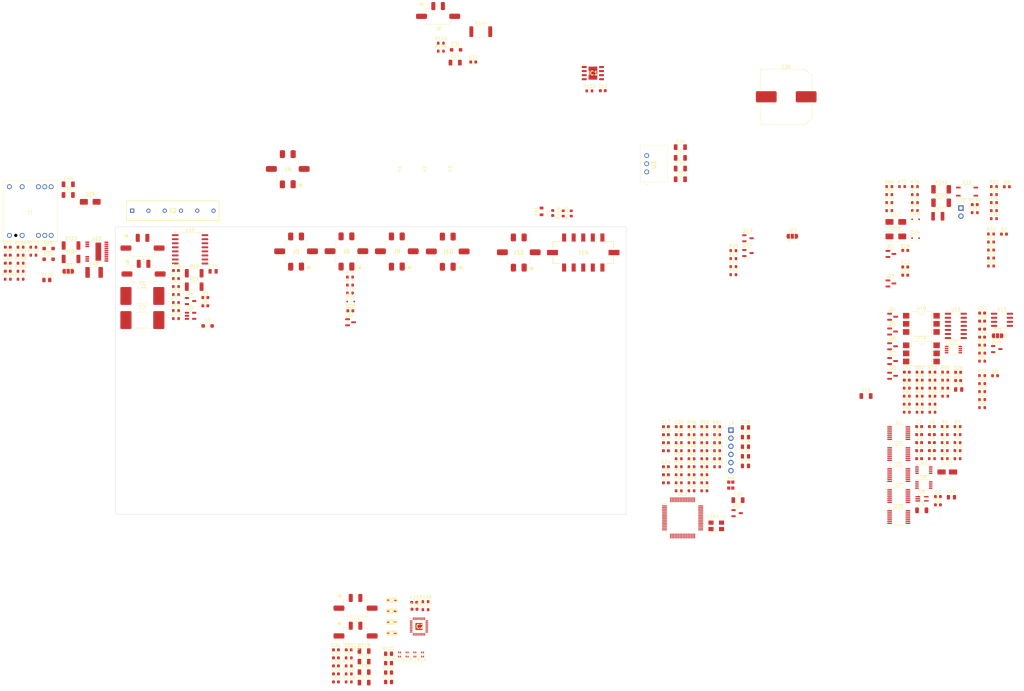
<source format=kicad_pcb>
(kicad_pcb
	(version 20240108)
	(generator "pcbnew")
	(generator_version "8.0")
	(general
		(thickness 1.6)
		(legacy_teardrops no)
	)
	(paper "A4")
	(layers
		(0 "F.Cu" signal)
		(1 "In1.Cu" signal)
		(2 "In2.Cu" signal)
		(31 "B.Cu" signal)
		(32 "B.Adhes" user "B.Adhesive")
		(33 "F.Adhes" user "F.Adhesive")
		(34 "B.Paste" user)
		(35 "F.Paste" user)
		(36 "B.SilkS" user "B.Silkscreen")
		(37 "F.SilkS" user "F.Silkscreen")
		(38 "B.Mask" user)
		(39 "F.Mask" user)
		(40 "Dwgs.User" user "User.Drawings")
		(41 "Cmts.User" user "User.Comments")
		(42 "Eco1.User" user "User.Eco1")
		(43 "Eco2.User" user "User.Eco2")
		(44 "Edge.Cuts" user)
		(45 "Margin" user)
		(46 "B.CrtYd" user "B.Courtyard")
		(47 "F.CrtYd" user "F.Courtyard")
		(48 "B.Fab" user)
		(49 "F.Fab" user)
		(50 "User.1" user)
		(51 "User.2" user)
		(52 "User.3" user)
		(53 "User.4" user)
		(54 "User.5" user)
		(55 "User.6" user)
		(56 "User.7" user)
		(57 "User.8" user)
		(58 "User.9" user)
	)
	(setup
		(stackup
			(layer "F.SilkS"
				(type "Top Silk Screen")
			)
			(layer "F.Paste"
				(type "Top Solder Paste")
			)
			(layer "F.Mask"
				(type "Top Solder Mask")
				(thickness 0.01)
			)
			(layer "F.Cu"
				(type "copper")
				(thickness 0.035)
			)
			(layer "dielectric 1"
				(type "prepreg")
				(thickness 0.1)
				(material "FR4")
				(epsilon_r 4.5)
				(loss_tangent 0.02)
			)
			(layer "In1.Cu"
				(type "copper")
				(thickness 0.035)
			)
			(layer "dielectric 2"
				(type "core")
				(thickness 1.24)
				(material "FR4")
				(epsilon_r 4.5)
				(loss_tangent 0.02)
			)
			(layer "In2.Cu"
				(type "copper")
				(thickness 0.035)
			)
			(layer "dielectric 3"
				(type "prepreg")
				(thickness 0.1)
				(material "FR4")
				(epsilon_r 4.5)
				(loss_tangent 0.02)
			)
			(layer "B.Cu"
				(type "copper")
				(thickness 0.035)
			)
			(layer "B.Mask"
				(type "Bottom Solder Mask")
				(thickness 0.01)
			)
			(layer "B.Paste"
				(type "Bottom Solder Paste")
			)
			(layer "B.SilkS"
				(type "Bottom Silk Screen")
			)
			(copper_finish "None")
			(dielectric_constraints no)
		)
		(pad_to_mask_clearance 0)
		(allow_soldermask_bridges_in_footprints no)
		(pcbplotparams
			(layerselection 0x00010fc_ffffffff)
			(plot_on_all_layers_selection 0x0000000_00000000)
			(disableapertmacros no)
			(usegerberextensions no)
			(usegerberattributes yes)
			(usegerberadvancedattributes yes)
			(creategerberjobfile yes)
			(dashed_line_dash_ratio 12.000000)
			(dashed_line_gap_ratio 3.000000)
			(svgprecision 4)
			(plotframeref no)
			(viasonmask no)
			(mode 1)
			(useauxorigin no)
			(hpglpennumber 1)
			(hpglpenspeed 20)
			(hpglpendiameter 15.000000)
			(pdf_front_fp_property_popups yes)
			(pdf_back_fp_property_popups yes)
			(dxfpolygonmode yes)
			(dxfimperialunits yes)
			(dxfusepcbnewfont yes)
			(psnegative no)
			(psa4output no)
			(plotreference yes)
			(plotvalue yes)
			(plotfptext yes)
			(plotinvisibletext no)
			(sketchpadsonfab no)
			(subtractmaskfromsilk no)
			(outputformat 1)
			(mirror no)
			(drillshape 1)
			(scaleselection 1)
			(outputdirectory "")
		)
	)
	(net 0 "")
	(net 1 "GND")
	(net 2 "+3V3")
	(net 3 "Net-(U8-~{PRE})")
	(net 4 "Net-(U8-~{CLR})")
	(net 5 "/TSAL/HV_Active_Detection/3V3_HV")
	(net 6 "HV-_Vehicle_Side")
	(net 7 "Net-(C17-Pad2)")
	(net 8 "/MCU/RCC_OSC_OUT")
	(net 9 "/MCU/NRST")
	(net 10 "Net-(C26-Pad2)")
	(net 11 "Net-(C28-Pad2)")
	(net 12 "Net-(J10-Pin_4)")
	(net 13 "Net-(U3-VI)")
	(net 14 "/CAN_Transceiver/CarCAN_HIGH")
	(net 15 "/CAN_Transceiver/V_{ref}")
	(net 16 "Net-(Q8-G)")
	(net 17 "Net-(JP2-B)")
	(net 18 "Net-(U20-INTVcc)")
	(net 19 "HV+_Vehicle_Side_Fused")
	(net 20 "Net-(C47-Pad1)")
	(net 21 "/HV_Indicator/ENABLE")
	(net 22 "Net-(C49-Pad1)")
	(net 23 "Net-(U20-DCM)")
	(net 24 "Net-(U20-SOURCE)")
	(net 25 "Net-(D32-K)")
	(net 26 "Net-(D31-K)")
	(net 27 "Net-(D1-A)")
	(net 28 "Net-(D2-A)")
	(net 29 "/TSAL/HV_Active_Detection/HV_1")
	(net 30 "Net-(D4-K)")
	(net 31 "Net-(D5-A)")
	(net 32 "Net-(D6-A)")
	(net 33 "/MCU/Precharge_Closed")
	(net 34 "Net-(D7-A)")
	(net 35 "Net-(D8-A)")
	(net 36 "/MCU/AIR+_Closed")
	(net 37 "Net-(D9-A)")
	(net 38 "/MCU/AIR-_Closed")
	(net 39 "Net-(D12-K)")
	(net 40 "Net-(D16-A)")
	(net 41 "/Relay_Driver/Relay_2")
	(net 42 "/Relay_Driver/Relay_1")
	(net 43 "/Relay_0")
	(net 44 "/Relay_Driver/Relay_10")
	(net 45 "/Relay_Driver/Relay_3")
	(net 46 "Net-(D20-A)")
	(net 47 "Net-(D22-A)")
	(net 48 "Net-(D23-A)")
	(net 49 "/Relay_Driver/Relay_4")
	(net 50 "Net-(D26-A)")
	(net 51 "Net-(D27-A)")
	(net 52 "Net-(D28-K)")
	(net 53 "Net-(D28-A)")
	(net 54 "Net-(D29-A1)")
	(net 55 "Net-(D30-A)")
	(net 56 "Net-(D31-A)")
	(net 57 "Net-(D32-A)")
	(net 58 "/CAN_Transceiver/CarCAN_LOW")
	(net 59 "/IO/IMD_M")
	(net 60 "+24V")
	(net 61 "Net-(J14-Pin_2)")
	(net 62 "unconnected-(IC1-IS-Pad4)")
	(net 63 "Net-(IC1-DEN)")
	(net 64 "unconnected-(IC1-NC-Pad5)")
	(net 65 "/IO/IMD_Power")
	(net 66 "Net-(U12-PC0)")
	(net 67 "Net-(U12-PB15)")
	(net 68 "/IO/TSAL_GREEN")
	(net 69 "/MCU/~{AMS_ERROR_LED}")
	(net 70 "/MCU/~{IMD_ERROR_LED}")
	(net 71 "Net-(J14-Pin_3)")
	(net 72 "Net-(J14-Pin_5)")
	(net 73 "/MCU/Trace_SWO")
	(net 74 "/MCU/SWDIO_1")
	(net 75 "/MCU/SWCLK_1")
	(net 76 "Net-(JP1-C)")
	(net 77 "Net-(JP2-C)")
	(net 78 "Net-(JP3-C)")
	(net 79 "Net-(Q1-G)")
	(net 80 "Net-(Q2-G)")
	(net 81 "Net-(Q3-G)")
	(net 82 "/SDC_Latching/~{AMS_Error}")
	(net 83 "Net-(Q4-D)")
	(net 84 "/SDC_Latching/~{IMD_Error}")
	(net 85 "Net-(Q5-D)")
	(net 86 "Net-(Q6-G)")
	(net 87 "Net-(Q6-D)")
	(net 88 "Net-(Q7-D)")
	(net 89 "Net-(Q7-G)")
	(net 90 "Net-(Q8-D)")
	(net 91 "Net-(Q8-S)")
	(net 92 "/TSAL/Comp_Ref_Low")
	(net 93 "/TSAL/Comp_Ref_Closed")
	(net 94 "/TSAL/Relay_State_Detection/~{Short}")
	(net 95 "/TSAL/~{TS_Error}")
	(net 96 "Net-(U8-C)")
	(net 97 "/MCU/TS_Error")
	(net 98 "Net-(R12-Pad2)")
	(net 99 "Net-(U9--)")
	(net 100 "Net-(R17-Pad2)")
	(net 101 "Net-(U10-IND)")
	(net 102 "/Relay_Driver/aux_out0")
	(net 103 "/Relay_Driver/aux_in0")
	(net 104 "/Relay_Driver/aux_out1")
	(net 105 "/Relay_Driver/aux_in1")
	(net 106 "/Relay_Driver/aux_out2")
	(net 107 "/Relay_Driver/aux_in2")
	(net 108 "/MCU/AMS_ERROR_1")
	(net 109 "Net-(U12-PC9)")
	(net 110 "Net-(U12-BOOT0)")
	(net 111 "/MCU/Status_LED_R")
	(net 112 "/IO/TEMP_TSDCDC")
	(net 113 "/MCU/Status_LED_G")
	(net 114 "Net-(U12-PC2)")
	(net 115 "/MCU/Status_LED_B")
	(net 116 "Net-(U12-PA3)")
	(net 117 "Net-(U12-PA7)")
	(net 118 "Net-(U12-PB0)")
	(net 119 "Net-(U12-PA2)")
	(net 120 "Net-(U12-PA6)")
	(net 121 "Net-(U12-PA14)")
	(net 122 "Net-(U12-PA1)")
	(net 123 "/MCU/HV_Active")
	(net 124 "Net-(U12-PA13)")
	(net 125 "Net-(U12-PA0)")
	(net 126 "HV+_VEH")
	(net 127 "/MCU/AIR+_Control")
	(net 128 "/MCU/AIR-_Control")
	(net 129 "/MCU/Precharge_Control")
	(net 130 "Net-(U15-Rs)")
	(net 131 "Net-(U16A-C)")
	(net 132 "Net-(U16B-C)")
	(net 133 "Net-(U16A-Q)")
	(net 134 "Net-(U16B-Q)")
	(net 135 "Net-(U16A-~{Q})")
	(net 136 "Net-(U16B-~{Q})")
	(net 137 "Net-(R95-Pad2)")
	(net 138 "Net-(R96-Pad2)")
	(net 139 "/TSAL/HV_Active_Detection/HV_0")
	(net 140 "/SDC_Latching/Reset_Signal")
	(net 141 "Net-(R103-Pad2)")
	(net 142 "Net-(U20-Vc)")
	(net 143 "Net-(U20-IREG{slash}SS)")
	(net 144 "Net-(U20-TC)")
	(net 145 "Net-(U20-FB)")
	(net 146 "Net-(J8-Pin_2)")
	(net 147 "/TSAL/Mismatch_Relay_2")
	(net 148 "/TSAL/Mismatch_Relay_1")
	(net 149 "Net-(U1-Pad11)")
	(net 150 "/TSAL/AIRs_Closed")
	(net 151 "/TSAL/Mismatch_Relay_3")
	(net 152 "/TSAL/HV_Inactive")
	(net 153 "/TSAL/TS_OK")
	(net 154 "Net-(U2-Pad1)")
	(net 155 "/TSAL/Relay_Mismatch")
	(net 156 "unconnected-(U5-Pad14)")
	(net 157 "unconnected-(U5-Pad13)")
	(net 158 "/TSAL/HV_Mismatch")
	(net 159 "unconnected-(U10-OUTA-Pad14)")
	(net 160 "unconnected-(U10-INB-Pad4)")
	(net 161 "unconnected-(U10-INC-Pad12)")
	(net 162 "unconnected-(U10-INA-Pad3)")
	(net 163 "unconnected-(U10-OUTB-Pad13)")
	(net 164 "unconnected-(U10-OUTC-Pad5)")
	(net 165 "unconnected-(U10-NC-Pad7)")
	(net 166 "unconnected-(U12-PD2-Pad54)")
	(net 167 "unconnected-(U12-PC10-Pad51)")
	(net 168 "unconnected-(U12-PC12-Pad53)")
	(net 169 "/TSAL/HV_Active_Detection/-HV_1")
	(net 170 "Net-(FL1-Pad4)")
	(net 171 "Net-(FL1-Pad3)")
	(net 172 "/IO/LV_Cmeasure")
	(net 173 "unconnected-(U12-PC14-Pad3)")
	(net 174 "Net-(FL1-Pad2)")
	(net 175 "unconnected-(U12-PC11-Pad52)")
	(net 176 "Net-(FL1-Pad1)")
	(net 177 "Net-(FL2-Pad4)")
	(net 178 "Net-(FL2-Pad2)")
	(net 179 "unconnected-(U12-PC13-Pad2)")
	(net 180 "unconnected-(U12-PC15-Pad4)")
	(net 181 "Net-(FL2-Pad3)")
	(net 182 "/IO/IMD_VCC")
	(net 183 "/SDC_Latching/IMD_Latch_Reset")
	(net 184 "/SDC_Latching/AMS_Latch_Reset")
	(net 185 "/SDC_Latching/SDC_1")
	(net 186 "unconnected-(U18-Pad3)")
	(net 187 "Net-(U18-Pad5)")
	(net 188 "/IO/SDC_OUT")
	(net 189 "unconnected-(U19-Pad3)")
	(net 190 "/TSAL/Relay_Connection_Error")
	(net 191 "/IO/Reset_Button_Out")
	(net 192 "/CAN_Transceiver/CarCAN_RX")
	(net 193 "Net-(FL2-Pad1)")
	(net 194 "Net-(J12-Pin_1)")
	(net 195 "/CAN_Transceiver/CarCAN_TX")
	(net 196 "Net-(J12-Pin_2)")
	(net 197 "Net-(J13-Pin_1)")
	(net 198 "Net-(J13-Pin_2)")
	(net 199 "/MCU/WAKE2")
	(net 200 "/MCU/MSTR1")
	(net 201 "/MCU/SPI1_MISO")
	(net 202 "/MCU/SPI1_SCK")
	(net 203 "/MCU/WAKE1")
	(net 204 "/MCU/INTR1")
	(net 205 "/MCU/IMB")
	(net 206 "Net-(IC2-XCVRMD2)")
	(net 207 "Net-(IC2-XCVRMD)")
	(net 208 "/MCU/SPI2_SCK")
	(net 209 "/MCU/SPI1_NSS")
	(net 210 "/MCU/IPB")
	(net 211 "/MCU/MSTR2")
	(net 212 "/MCU/IPA")
	(net 213 "/MCU/INTR2")
	(net 214 "/MCU/SPI2_MISO")
	(net 215 "/MCU/SPI1_MOSI")
	(net 216 "/MCU/SPI2_NSS")
	(net 217 "/MCU/SPI2_MOSI")
	(net 218 "/MCU/IMA")
	(net 219 "Net-(J9-Pin_4)")
	(net 220 "Net-(J9-Pin_3)")
	(net 221 "/MCU/RCC_OSC_IN")
	(net 222 "Net-(U12-PC3)")
	(net 223 "Net-(U12-PA5)")
	(net 224 "Net-(U12-PC4)")
	(net 225 "Net-(U12-PB4)")
	(net 226 "Net-(U12-PC5)")
	(net 227 "Net-(U12-PA4)")
	(net 228 "Net-(U12-PB12)")
	(net 229 "Net-(U12-PB14)")
	(net 230 "Net-(U12-PA12)")
	(net 231 "Net-(U12-PB5)")
	(net 232 "Net-(C58-Pad1)")
	(net 233 "Net-(C61-Pad1)")
	(net 234 "Net-(D15-A2)")
	(net 235 "Net-(D34-A2)")
	(net 236 "unconnected-(U20-N.C.-Pad19)")
	(net 237 "Net-(U12-PA15)")
	(net 238 "Net-(D36-K)")
	(net 239 "Net-(D33-A2)")
	(net 240 "Net-(D35-A2)")
	(net 241 "/MCU/SDC_Closed")
	(net 242 "Net-(K2-Pad2)")
	(net 243 "Net-(R141-Pad2)")
	(net 244 "Net-(K2-Pad7)")
	(net 245 "Net-(Q10-D)")
	(net 246 "/Relay_Driver/PTC_Precharge/HV+_Akku")
	(footprint "FaSTTUBe_connectors:Micro_Mate-N-Lok_2x2p_vertical" (layer "F.Cu") (at 109.0825 52.265))
	(footprint "Resistor_SMD:R_0603_1608Metric" (layer "F.Cu") (at 300.52 112.15))
	(footprint "Resistor_SMD:R_0603_1608Metric" (layer "F.Cu") (at 300.52 114.66))
	(footprint "Package_SO:SOIC-14_3.9x8.7mm_P1.27mm" (layer "F.Cu") (at 300 75.575))
	(footprint "Capacitor_SMD:C_0805_2012Metric" (layer "F.Cu") (at 300.89 95.5))
	(footprint "MountingHole:MountingHole_3.2mm_M3" (layer "F.Cu") (at 145.8 26.4 90))
	(footprint "Resistor_SMD:R_0603_1608Metric" (layer "F.Cu") (at 311.93 31.94))
	(footprint "Capacitor_SMD:C_0603_1608Metric" (layer "F.Cu") (at 288.49 109.64))
	(footprint "Diode_SMD:D_SOD-123F" (layer "F.Cu") (at 15.775 54.69))
	(footprint "Resistor_SMD:R_0603_1608Metric" (layer "F.Cu") (at 217.19 124.73))
	(footprint "Resistor_SMD:R_0603_1608Metric" (layer "F.Cu") (at 213.18 119.71))
	(footprint "Resistor_SMD:R_0603_1608Metric" (layer "F.Cu") (at 138.6625 -10.49))
	(footprint "Diode_SMD:D_SOD-123F" (layer "F.Cu") (at 143.4375 -10.9))
	(footprint "Resistor_SMD:R_0603_1608Metric" (layer "F.Cu") (at 213.18 124.73))
	(footprint "FaSTTUBe_connectors:Micro_Mate-N-Lok_2x5p_vertical" (layer "F.Cu") (at 183.265 52.6))
	(footprint "Package_SO:TSSOP-14_4.4x5mm_P0.65mm" (layer "F.Cu") (at 282.11 128.9))
	(footprint "Resistor_SMD:R_0603_1608Metric" (layer "F.Cu") (at 213.18 112.18))
	(footprint "Resistor_SMD:R_0603_1608Metric" (layer "F.Cu") (at 292.65 92.58))
	(footprint "Capacitor_SMD:C_0603_1608Metric" (layer "F.Cu") (at 213.18 109.67))
	(footprint "Resistor_SMD:R_0603_1608Metric" (layer "F.Cu") (at 221.2 124.73))
	(footprint "Resistor_SMD:R_0603_1608Metric" (layer "F.Cu") (at 11 53.43))
	(footprint "Resistor_SMD:R_2010_5025Metric_Pad1.40x2.65mm_HandSolder" (layer "F.Cu") (at 295.39 37))
	(footprint "Resistor_SMD:R_0603_1608Metric" (layer "F.Cu") (at 284.63 100.11))
	(footprint "Diode_SMD:D_SOD-323F" (layer "F.Cu") (at 287.395 42.2))
	(footprint "Capacitor_SMD:C_0805_2012Metric" (layer "F.Cu") (at 67.31 58.48))
	(footprint "Resistor_SMD:R_0603_1608Metric" (layer "F.Cu") (at 109.8 179.58))
	(footprint "Capacitor_SMD:C_1206_3216Metric" (layer "F.Cu") (at 213.69 22.94))
	(footprint "Resistor_SMD:R_0603_1608Metric" (layer "F.Cu") (at 279.14 34.45))
	(footprint "Resistor_SMD:R_0603_1608Metric" (layer "F.Cu") (at 311.93 39.47))
	(footprint "Package_TO_SOT_SMD:SOT-23" (layer "F.Cu") (at 280.18 81.965))
	(footprint "Capacitor_SMD:C_0603_1608Metric" (layer "F.Cu") (at 105.79 184.6))
	(footprint "Resistor_SMD:R_0603_1608Metric" (layer "F.Cu") (at 311.02 54.32))
	(footprint "Diode_SMD:D_SOD-123F" (layer "F.Cu") (at 15.775 51.34))
	(footprint "Resistor_SMD:R_0603_1608Metric" (layer "F.Cu") (at 279.14 31.94))
	(footprint "Resistor_SMD:R_0603_1608Metric" (layer "F.Cu") (at 221.2 119.71))
	(footprint "Resistor_SMD:R_0603_1608Metric" (layer "F.Cu") (at 296.51 107.13))
	(footprint "Resistor_SMD:R_0603_1608Metric" (layer "F.Cu") (at 110.2 62.8))
	(footprint "Resistor_SMD:R_0603_1608Metric" (layer "F.Cu") (at 296.66 97.6))
	(footprint "Package_SO:SOP-4_3.8x4.1mm_P2.54mm"
		(layer "F.Cu")
		(uuid "208a732e-f879-425f-88de-b4ba89e
... [1273106 chars truncated]
</source>
